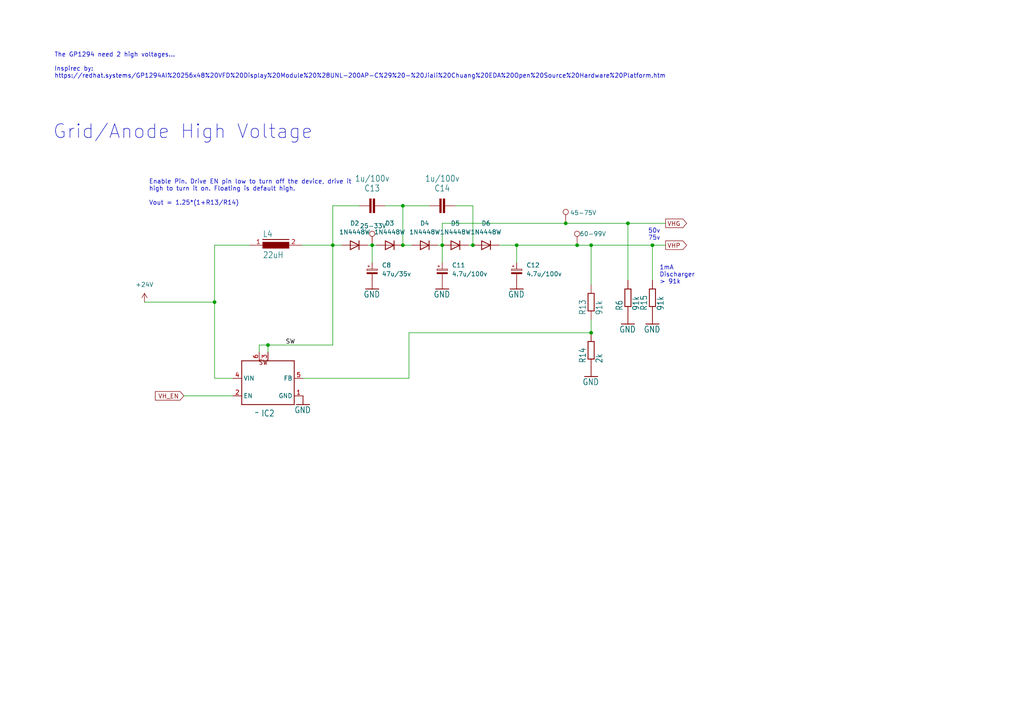
<source format=kicad_sch>
(kicad_sch
	(version 20231120)
	(generator "eeschema")
	(generator_version "8.0")
	(uuid "0afc8d49-404d-4a13-b287-59831174923e")
	(paper "A4")
	(lib_symbols
		(symbol "Connector:TestPoint"
			(pin_numbers hide)
			(pin_names
				(offset 0.762) hide)
			(exclude_from_sim no)
			(in_bom yes)
			(on_board yes)
			(property "Reference" "TP"
				(at 0 6.858 0)
				(effects
					(font
						(size 1.27 1.27)
					)
				)
			)
			(property "Value" "TestPoint"
				(at 0 5.08 0)
				(effects
					(font
						(size 1.27 1.27)
					)
				)
			)
			(property "Footprint" ""
				(at 5.08 0 0)
				(effects
					(font
						(size 1.27 1.27)
					)
					(hide yes)
				)
			)
			(property "Datasheet" "~"
				(at 5.08 0 0)
				(effects
					(font
						(size 1.27 1.27)
					)
					(hide yes)
				)
			)
			(property "Description" "test point"
				(at 0 0 0)
				(effects
					(font
						(size 1.27 1.27)
					)
					(hide yes)
				)
			)
			(property "ki_keywords" "test point tp"
				(at 0 0 0)
				(effects
					(font
						(size 1.27 1.27)
					)
					(hide yes)
				)
			)
			(property "ki_fp_filters" "Pin* Test*"
				(at 0 0 0)
				(effects
					(font
						(size 1.27 1.27)
					)
					(hide yes)
				)
			)
			(symbol "TestPoint_0_1"
				(circle
					(center 0 3.302)
					(radius 0.762)
					(stroke
						(width 0)
						(type default)
					)
					(fill
						(type none)
					)
				)
			)
			(symbol "TestPoint_1_1"
				(pin passive line
					(at 0 0 90)
					(length 2.54)
					(name "1"
						(effects
							(font
								(size 1.27 1.27)
							)
						)
					)
					(number "1"
						(effects
							(font
								(size 1.27 1.27)
							)
						)
					)
				)
			)
		)
		(symbol "Device:C_Polarized_Small"
			(pin_numbers hide)
			(pin_names
				(offset 0.254) hide)
			(exclude_from_sim no)
			(in_bom yes)
			(on_board yes)
			(property "Reference" "C"
				(at 0.254 1.778 0)
				(effects
					(font
						(size 1.27 1.27)
					)
					(justify left)
				)
			)
			(property "Value" "C_Polarized_Small"
				(at 0.254 -2.032 0)
				(effects
					(font
						(size 1.27 1.27)
					)
					(justify left)
				)
			)
			(property "Footprint" ""
				(at 0 0 0)
				(effects
					(font
						(size 1.27 1.27)
					)
					(hide yes)
				)
			)
			(property "Datasheet" "~"
				(at 0 0 0)
				(effects
					(font
						(size 1.27 1.27)
					)
					(hide yes)
				)
			)
			(property "Description" "Polarized capacitor, small symbol"
				(at 0 0 0)
				(effects
					(font
						(size 1.27 1.27)
					)
					(hide yes)
				)
			)
			(property "ki_keywords" "cap capacitor"
				(at 0 0 0)
				(effects
					(font
						(size 1.27 1.27)
					)
					(hide yes)
				)
			)
			(property "ki_fp_filters" "CP_*"
				(at 0 0 0)
				(effects
					(font
						(size 1.27 1.27)
					)
					(hide yes)
				)
			)
			(symbol "C_Polarized_Small_0_1"
				(rectangle
					(start -1.524 -0.3048)
					(end 1.524 -0.6858)
					(stroke
						(width 0)
						(type default)
					)
					(fill
						(type outline)
					)
				)
				(rectangle
					(start -1.524 0.6858)
					(end 1.524 0.3048)
					(stroke
						(width 0)
						(type default)
					)
					(fill
						(type none)
					)
				)
				(polyline
					(pts
						(xy -1.27 1.524) (xy -0.762 1.524)
					)
					(stroke
						(width 0)
						(type default)
					)
					(fill
						(type none)
					)
				)
				(polyline
					(pts
						(xy -1.016 1.27) (xy -1.016 1.778)
					)
					(stroke
						(width 0)
						(type default)
					)
					(fill
						(type none)
					)
				)
			)
			(symbol "C_Polarized_Small_1_1"
				(pin passive line
					(at 0 2.54 270)
					(length 1.8542)
					(name "~"
						(effects
							(font
								(size 1.27 1.27)
							)
						)
					)
					(number "1"
						(effects
							(font
								(size 1.27 1.27)
							)
						)
					)
				)
				(pin passive line
					(at 0 -2.54 90)
					(length 1.8542)
					(name "~"
						(effects
							(font
								(size 1.27 1.27)
							)
						)
					)
					(number "2"
						(effects
							(font
								(size 1.27 1.27)
							)
						)
					)
				)
			)
		)
		(symbol "Diode:1N4448W"
			(pin_numbers hide)
			(pin_names hide)
			(exclude_from_sim no)
			(in_bom yes)
			(on_board yes)
			(property "Reference" "D"
				(at 0 2.54 0)
				(effects
					(font
						(size 1.27 1.27)
					)
				)
			)
			(property "Value" "1N4448W"
				(at 0 -2.54 0)
				(effects
					(font
						(size 1.27 1.27)
					)
				)
			)
			(property "Footprint" "Diode_SMD:D_SOD-123"
				(at 0 -4.445 0)
				(effects
					(font
						(size 1.27 1.27)
					)
					(hide yes)
				)
			)
			(property "Datasheet" "https://www.vishay.com/docs/85722/1n4448w.pdf"
				(at 0 0 0)
				(effects
					(font
						(size 1.27 1.27)
					)
					(hide yes)
				)
			)
			(property "Description" "100V 0.15A High-speed standard diode, SOD-123"
				(at 0 0 0)
				(effects
					(font
						(size 1.27 1.27)
					)
					(hide yes)
				)
			)
			(property "Sim.Device" "D"
				(at 0 0 0)
				(effects
					(font
						(size 1.27 1.27)
					)
					(hide yes)
				)
			)
			(property "Sim.Pins" "1=K 2=A"
				(at 0 0 0)
				(effects
					(font
						(size 1.27 1.27)
					)
					(hide yes)
				)
			)
			(property "ki_keywords" "diode"
				(at 0 0 0)
				(effects
					(font
						(size 1.27 1.27)
					)
					(hide yes)
				)
			)
			(property "ki_fp_filters" "D*SOD?123*"
				(at 0 0 0)
				(effects
					(font
						(size 1.27 1.27)
					)
					(hide yes)
				)
			)
			(symbol "1N4448W_0_1"
				(polyline
					(pts
						(xy -1.27 1.27) (xy -1.27 -1.27)
					)
					(stroke
						(width 0.254)
						(type default)
					)
					(fill
						(type none)
					)
				)
				(polyline
					(pts
						(xy 1.27 0) (xy -1.27 0)
					)
					(stroke
						(width 0)
						(type default)
					)
					(fill
						(type none)
					)
				)
				(polyline
					(pts
						(xy 1.27 1.27) (xy 1.27 -1.27) (xy -1.27 0) (xy 1.27 1.27)
					)
					(stroke
						(width 0.254)
						(type default)
					)
					(fill
						(type none)
					)
				)
			)
			(symbol "1N4448W_1_1"
				(pin passive line
					(at -3.81 0 0)
					(length 2.54)
					(name "K"
						(effects
							(font
								(size 1.27 1.27)
							)
						)
					)
					(number "1"
						(effects
							(font
								(size 1.27 1.27)
							)
						)
					)
				)
				(pin passive line
					(at 3.81 0 180)
					(length 2.54)
					(name "A"
						(effects
							(font
								(size 1.27 1.27)
							)
						)
					)
					(number "2"
						(effects
							(font
								(size 1.27 1.27)
							)
						)
					)
				)
			)
		)
		(symbol "VFD-Power-eagle-import:DR125"
			(exclude_from_sim no)
			(in_bom yes)
			(on_board yes)
			(property "Reference" "L"
				(at -3.81 2.286 0)
				(effects
					(font
						(size 1.778 1.5113)
					)
					(justify left bottom)
				)
			)
			(property "Value" ""
				(at -3.937 -3.048 0)
				(effects
					(font
						(size 1.778 1.5113)
					)
					(justify left bottom)
				)
			)
			(property "Footprint" "VFD-Power:DR125"
				(at 0 0 0)
				(effects
					(font
						(size 1.27 1.27)
					)
					(hide yes)
				)
			)
			(property "Datasheet" ""
				(at 0 0 0)
				(effects
					(font
						(size 1.27 1.27)
					)
					(hide yes)
				)
			)
			(property "Description" ""
				(at 0 0 0)
				(effects
					(font
						(size 1.27 1.27)
					)
					(hide yes)
				)
			)
			(property "ki_locked" ""
				(at 0 0 0)
				(effects
					(font
						(size 1.27 1.27)
					)
				)
			)
			(symbol "DR125_1_0"
				(rectangle
					(start -3.81 -0.889)
					(end 3.81 0.889)
					(stroke
						(width 0)
						(type default)
					)
					(fill
						(type outline)
					)
				)
				(polyline
					(pts
						(xy -3.81 1.651) (xy 3.81 1.651)
					)
					(stroke
						(width 0.254)
						(type solid)
					)
					(fill
						(type none)
					)
				)
				(pin passive line
					(at -7.62 0 0)
					(length 5.08)
					(name "1"
						(effects
							(font
								(size 0 0)
							)
						)
					)
					(number "1"
						(effects
							(font
								(size 1.27 1.27)
							)
						)
					)
				)
				(pin passive line
					(at 7.62 0 180)
					(length 5.08)
					(name "2"
						(effects
							(font
								(size 0 0)
							)
						)
					)
					(number "2"
						(effects
							(font
								(size 1.27 1.27)
							)
						)
					)
				)
			)
		)
		(symbol "VFD-Power-eagle-import:GND"
			(power)
			(exclude_from_sim no)
			(in_bom yes)
			(on_board yes)
			(property "Reference" "#GND"
				(at 0 0 0)
				(effects
					(font
						(size 1.27 1.27)
					)
					(hide yes)
				)
			)
			(property "Value" "GND"
				(at -2.54 -2.54 0)
				(effects
					(font
						(size 1.778 1.5113)
					)
					(justify left bottom)
				)
			)
			(property "Footprint" ""
				(at 0 0 0)
				(effects
					(font
						(size 1.27 1.27)
					)
					(hide yes)
				)
			)
			(property "Datasheet" ""
				(at 0 0 0)
				(effects
					(font
						(size 1.27 1.27)
					)
					(hide yes)
				)
			)
			(property "Description" ""
				(at 0 0 0)
				(effects
					(font
						(size 1.27 1.27)
					)
					(hide yes)
				)
			)
			(property "ki_locked" ""
				(at 0 0 0)
				(effects
					(font
						(size 1.27 1.27)
					)
				)
			)
			(symbol "GND_1_0"
				(polyline
					(pts
						(xy -1.905 0) (xy 1.905 0)
					)
					(stroke
						(width 0.254)
						(type solid)
					)
					(fill
						(type none)
					)
				)
				(pin power_in line
					(at 0 2.54 270)
					(length 2.54)
					(name "GND"
						(effects
							(font
								(size 0 0)
							)
						)
					)
					(number "1"
						(effects
							(font
								(size 0 0)
							)
						)
					)
				)
			)
		)
		(symbol "VFD-Power-eagle-import:R-EU_R1206"
			(exclude_from_sim no)
			(in_bom yes)
			(on_board yes)
			(property "Reference" "R"
				(at -3.81 1.4986 0)
				(effects
					(font
						(size 1.778 1.5113)
					)
					(justify left bottom)
				)
			)
			(property "Value" ""
				(at -3.81 -3.302 0)
				(effects
					(font
						(size 1.778 1.5113)
					)
					(justify left bottom)
				)
			)
			(property "Footprint" "VFD-Power:R1206"
				(at 0 0 0)
				(effects
					(font
						(size 1.27 1.27)
					)
					(hide yes)
				)
			)
			(property "Datasheet" ""
				(at 0 0 0)
				(effects
					(font
						(size 1.27 1.27)
					)
					(hide yes)
				)
			)
			(property "Description" ""
				(at 0 0 0)
				(effects
					(font
						(size 1.27 1.27)
					)
					(hide yes)
				)
			)
			(property "ki_locked" ""
				(at 0 0 0)
				(effects
					(font
						(size 1.27 1.27)
					)
				)
			)
			(symbol "R-EU_R1206_1_0"
				(polyline
					(pts
						(xy -2.54 -0.889) (xy -2.54 0.889)
					)
					(stroke
						(width 0.254)
						(type solid)
					)
					(fill
						(type none)
					)
				)
				(polyline
					(pts
						(xy -2.54 -0.889) (xy 2.54 -0.889)
					)
					(stroke
						(width 0.254)
						(type solid)
					)
					(fill
						(type none)
					)
				)
				(polyline
					(pts
						(xy 2.54 -0.889) (xy 2.54 0.889)
					)
					(stroke
						(width 0.254)
						(type solid)
					)
					(fill
						(type none)
					)
				)
				(polyline
					(pts
						(xy 2.54 0.889) (xy -2.54 0.889)
					)
					(stroke
						(width 0.254)
						(type solid)
					)
					(fill
						(type none)
					)
				)
				(pin passive line
					(at -5.08 0 0)
					(length 2.54)
					(name "1"
						(effects
							(font
								(size 0 0)
							)
						)
					)
					(number "1"
						(effects
							(font
								(size 0 0)
							)
						)
					)
				)
				(pin passive line
					(at 5.08 0 180)
					(length 2.54)
					(name "2"
						(effects
							(font
								(size 0 0)
							)
						)
					)
					(number "2"
						(effects
							(font
								(size 0 0)
							)
						)
					)
				)
			)
		)
		(symbol "VFD-Power:C-EUC1206"
			(exclude_from_sim no)
			(in_bom yes)
			(on_board yes)
			(property "Reference" "C"
				(at 1.524 0.381 0)
				(effects
					(font
						(size 1.778 1.5113)
					)
					(justify left bottom)
				)
			)
			(property "Value" ""
				(at 1.524 -4.699 0)
				(effects
					(font
						(size 1.778 1.5113)
					)
					(justify left bottom)
				)
			)
			(property "Footprint" "VFD-Power:C1206"
				(at 0 0 0)
				(effects
					(font
						(size 1.27 1.27)
					)
					(hide yes)
				)
			)
			(property "Datasheet" ""
				(at 0 0 0)
				(effects
					(font
						(size 1.27 1.27)
					)
					(hide yes)
				)
			)
			(property "Description" ""
				(at 0 0 0)
				(effects
					(font
						(size 1.27 1.27)
					)
					(hide yes)
				)
			)
			(property "ki_locked" ""
				(at 0 0 0)
				(effects
					(font
						(size 1.27 1.27)
					)
				)
			)
			(symbol "C-EUC1206_1_0"
				(rectangle
					(start -2.032 -2.032)
					(end 2.032 -1.524)
					(stroke
						(width 0)
						(type default)
					)
					(fill
						(type outline)
					)
				)
				(rectangle
					(start -2.032 -1.016)
					(end 2.032 -0.508)
					(stroke
						(width 0)
						(type default)
					)
					(fill
						(type outline)
					)
				)
				(polyline
					(pts
						(xy 0 -2.54) (xy 0 -2.032)
					)
					(stroke
						(width 0.1524)
						(type solid)
					)
					(fill
						(type none)
					)
				)
				(polyline
					(pts
						(xy 0 0) (xy 0 -0.508)
					)
					(stroke
						(width 0.1524)
						(type solid)
					)
					(fill
						(type none)
					)
				)
				(pin passive line
					(at 0 2.54 270)
					(length 2.54)
					(name "1"
						(effects
							(font
								(size 0 0)
							)
						)
					)
					(number "1"
						(effects
							(font
								(size 0 0)
							)
						)
					)
				)
				(pin passive line
					(at 0 -5.08 90)
					(length 2.54)
					(name "2"
						(effects
							(font
								(size 0 0)
							)
						)
					)
					(number "2"
						(effects
							(font
								(size 0 0)
							)
						)
					)
				)
			)
		)
		(symbol "VFD-Power:XL6009"
			(exclude_from_sim no)
			(in_bom yes)
			(on_board yes)
			(property "Reference" "IC"
				(at -7.62 6.35 0)
				(effects
					(font
						(size 1.778 1.5113)
					)
					(justify left bottom)
				)
			)
			(property "Value" ""
				(at 2.54 6.35 0)
				(effects
					(font
						(size 1.778 1.5113)
					)
					(justify left bottom)
				)
			)
			(property "Footprint" "VFD-Power:TO263-5"
				(at 0 0 0)
				(effects
					(font
						(size 1.27 1.27)
					)
					(hide yes)
				)
			)
			(property "Datasheet" ""
				(at 0 0 0)
				(effects
					(font
						(size 1.27 1.27)
					)
					(hide yes)
				)
			)
			(property "Description" ""
				(at 0 0 0)
				(effects
					(font
						(size 1.27 1.27)
					)
					(hide yes)
				)
			)
			(property "ki_locked" ""
				(at 0 0 0)
				(effects
					(font
						(size 1.27 1.27)
					)
				)
			)
			(symbol "XL6009_1_0"
				(polyline
					(pts
						(xy -7.62 -7.62) (xy -7.62 5.08)
					)
					(stroke
						(width 0.254)
						(type solid)
					)
					(fill
						(type none)
					)
				)
				(polyline
					(pts
						(xy -7.62 5.08) (xy 7.62 5.08)
					)
					(stroke
						(width 0.254)
						(type solid)
					)
					(fill
						(type none)
					)
				)
				(polyline
					(pts
						(xy 7.62 -7.62) (xy -7.62 -7.62)
					)
					(stroke
						(width 0.254)
						(type solid)
					)
					(fill
						(type none)
					)
				)
				(polyline
					(pts
						(xy 7.62 5.08) (xy 7.62 -7.62)
					)
					(stroke
						(width 0.254)
						(type solid)
					)
					(fill
						(type none)
					)
				)
				(text "SW"
					(at 0 -6.35 0)
					(effects
						(font
							(size 1.4224 1.209)
						)
						(justify left bottom)
					)
				)
				(pin input line
					(at -10.16 2.54 0)
					(length 2.54)
					(name "GND"
						(effects
							(font
								(size 1.27 1.27)
							)
						)
					)
					(number "1"
						(effects
							(font
								(size 1.27 1.27)
							)
						)
					)
				)
				(pin output line
					(at 10.16 2.54 180)
					(length 2.54)
					(name "EN"
						(effects
							(font
								(size 1.27 1.27)
							)
						)
					)
					(number "2"
						(effects
							(font
								(size 1.27 1.27)
							)
						)
					)
				)
				(pin power_in line
					(at 0 -10.16 90)
					(length 2.54)
					(name "SW"
						(effects
							(font
								(size 0 0)
							)
						)
					)
					(number "3"
						(effects
							(font
								(size 1.27 1.27)
							)
						)
					)
				)
				(pin input line
					(at 10.16 -2.54 180)
					(length 2.54)
					(name "VIN"
						(effects
							(font
								(size 1.27 1.27)
							)
						)
					)
					(number "4"
						(effects
							(font
								(size 1.27 1.27)
							)
						)
					)
				)
				(pin input line
					(at -10.16 -2.54 0)
					(length 2.54)
					(name "FB"
						(effects
							(font
								(size 1.27 1.27)
							)
						)
					)
					(number "5"
						(effects
							(font
								(size 1.27 1.27)
							)
						)
					)
				)
				(pin power_in line
					(at 2.54 -10.16 90)
					(length 2.54)
					(name "SW@1"
						(effects
							(font
								(size 0 0)
							)
						)
					)
					(number "6"
						(effects
							(font
								(size 1.27 1.27)
							)
						)
					)
				)
			)
		)
		(symbol "power:+24V"
			(power)
			(pin_names
				(offset 0)
			)
			(exclude_from_sim no)
			(in_bom yes)
			(on_board yes)
			(property "Reference" "#PWR"
				(at 0 -3.81 0)
				(effects
					(font
						(size 1.27 1.27)
					)
					(hide yes)
				)
			)
			(property "Value" "+24V"
				(at 0 3.556 0)
				(effects
					(font
						(size 1.27 1.27)
					)
				)
			)
			(property "Footprint" ""
				(at 0 0 0)
				(effects
					(font
						(size 1.27 1.27)
					)
					(hide yes)
				)
			)
			(property "Datasheet" ""
				(at 0 0 0)
				(effects
					(font
						(size 1.27 1.27)
					)
					(hide yes)
				)
			)
			(property "Description" "Power symbol creates a global label with name \"+24V\""
				(at 0 0 0)
				(effects
					(font
						(size 1.27 1.27)
					)
					(hide yes)
				)
			)
			(property "ki_keywords" "global power"
				(at 0 0 0)
				(effects
					(font
						(size 1.27 1.27)
					)
					(hide yes)
				)
			)
			(symbol "+24V_0_1"
				(polyline
					(pts
						(xy -0.762 1.27) (xy 0 2.54)
					)
					(stroke
						(width 0)
						(type default)
					)
					(fill
						(type none)
					)
				)
				(polyline
					(pts
						(xy 0 0) (xy 0 2.54)
					)
					(stroke
						(width 0)
						(type default)
					)
					(fill
						(type none)
					)
				)
				(polyline
					(pts
						(xy 0 2.54) (xy 0.762 1.27)
					)
					(stroke
						(width 0)
						(type default)
					)
					(fill
						(type none)
					)
				)
			)
			(symbol "+24V_1_1"
				(pin power_in line
					(at 0 0 90)
					(length 0) hide
					(name "+24V"
						(effects
							(font
								(size 1.27 1.27)
							)
						)
					)
					(number "1"
						(effects
							(font
								(size 1.27 1.27)
							)
						)
					)
				)
			)
		)
	)
	(junction
		(at 189.23 71.12)
		(diameter 0)
		(color 0 0 0 0)
		(uuid "076e74dc-34d2-42cb-9ee6-edd4dece267d")
	)
	(junction
		(at 96.52 71.12)
		(diameter 0)
		(color 0 0 0 0)
		(uuid "40288731-95e1-4394-abba-a179cd4c16c3")
	)
	(junction
		(at 62.23 87.63)
		(diameter 0)
		(color 0 0 0 0)
		(uuid "54633e88-1411-4fb4-9eeb-a165ecc7ff40")
	)
	(junction
		(at 116.84 59.69)
		(diameter 0)
		(color 0 0 0 0)
		(uuid "795be241-ce35-420b-b372-7b7666773ab7")
	)
	(junction
		(at 149.86 71.12)
		(diameter 0)
		(color 0 0 0 0)
		(uuid "84897a1e-6301-4a08-a5b9-72cc1eeca9c3")
	)
	(junction
		(at 77.724 100.076)
		(diameter 0)
		(color 0 0 0 0)
		(uuid "9a4cf727-aaaf-48e9-934a-aa7c5edff0c3")
	)
	(junction
		(at 137.16 71.12)
		(diameter 0)
		(color 0 0 0 0)
		(uuid "9c69d8be-72f9-47a2-9fdb-f536f3a3ccc4")
	)
	(junction
		(at 128.27 71.12)
		(diameter 0)
		(color 0 0 0 0)
		(uuid "a540ad4f-1b68-4f9e-9f57-f14cc9232133")
	)
	(junction
		(at 116.84 71.12)
		(diameter 0)
		(color 0 0 0 0)
		(uuid "af8492c4-5891-443f-b3ae-e2a16c0fd658")
	)
	(junction
		(at 107.95 71.12)
		(diameter 0)
		(color 0 0 0 0)
		(uuid "c15b21c6-af63-4035-aef8-8e329603a636")
	)
	(junction
		(at 167.386 71.12)
		(diameter 0)
		(color 0 0 0 0)
		(uuid "c280d036-54f2-4005-8e67-0e07227ca8bd")
	)
	(junction
		(at 182.118 64.77)
		(diameter 0)
		(color 0 0 0 0)
		(uuid "db14303b-7373-4498-bb24-6750642e0951")
	)
	(junction
		(at 171.45 96.52)
		(diameter 0)
		(color 0 0 0 0)
		(uuid "e095d744-4aab-436d-80d6-ab2085a3254d")
	)
	(junction
		(at 171.45 71.12)
		(diameter 0)
		(color 0 0 0 0)
		(uuid "ea60c613-d2c8-4f41-a737-96d0c31cec14")
	)
	(junction
		(at 164.084 64.77)
		(diameter 0)
		(color 0 0 0 0)
		(uuid "f8a561e3-2f3e-4d7a-8995-437d147f931b")
	)
	(wire
		(pts
			(xy 118.618 96.52) (xy 171.45 96.52)
		)
		(stroke
			(width 0)
			(type default)
		)
		(uuid "0601c621-a8cf-48ef-aea5-3c221e0cd71f")
	)
	(wire
		(pts
			(xy 137.16 71.12) (xy 135.89 71.12)
		)
		(stroke
			(width 0)
			(type default)
		)
		(uuid "09b7ceef-1194-477d-9d64-2e27340b3295")
	)
	(wire
		(pts
			(xy 167.386 71.12) (xy 171.45 71.12)
		)
		(stroke
			(width 0)
			(type default)
		)
		(uuid "0a933bde-4858-454f-8198-934768d61b28")
	)
	(wire
		(pts
			(xy 96.52 71.12) (xy 96.52 100.076)
		)
		(stroke
			(width 0)
			(type default)
		)
		(uuid "0c1e261d-680f-4f7a-895f-91379b4f978c")
	)
	(wire
		(pts
			(xy 182.118 64.77) (xy 164.084 64.77)
		)
		(stroke
			(width 0)
			(type default)
		)
		(uuid "0d8ba22b-03ce-4110-8fdc-67143de16b36")
	)
	(wire
		(pts
			(xy 124.46 59.69) (xy 116.84 59.69)
		)
		(stroke
			(width 0)
			(type default)
		)
		(uuid "11d3a5ac-37ef-46b2-bfa2-4075b0a5f31a")
	)
	(wire
		(pts
			(xy 75.184 102.108) (xy 75.184 100.076)
		)
		(stroke
			(width 0)
			(type default)
		)
		(uuid "163e4aea-aa92-40ac-a0d9-a9f31cc7915a")
	)
	(wire
		(pts
			(xy 128.27 64.77) (xy 128.27 71.12)
		)
		(stroke
			(width 0)
			(type default)
		)
		(uuid "1dc0ce0e-2fc9-4e7d-8bf2-64a1158ae272")
	)
	(wire
		(pts
			(xy 62.23 87.63) (xy 41.91 87.63)
		)
		(stroke
			(width 0)
			(type default)
		)
		(uuid "212b41b4-71fe-4d9a-a8d1-0a9feba2c811")
	)
	(wire
		(pts
			(xy 149.86 71.12) (xy 167.386 71.12)
		)
		(stroke
			(width 0)
			(type default)
		)
		(uuid "23fa0d62-1425-4b30-af62-94387aaa8859")
	)
	(wire
		(pts
			(xy 119.38 71.12) (xy 116.84 71.12)
		)
		(stroke
			(width 0)
			(type default)
		)
		(uuid "2533a524-bfd9-4057-a9ae-97ef8c1e937c")
	)
	(wire
		(pts
			(xy 127 71.12) (xy 128.27 71.12)
		)
		(stroke
			(width 0)
			(type default)
		)
		(uuid "37f7ba9f-5a31-4b3f-bef2-72663a656ed9")
	)
	(wire
		(pts
			(xy 109.22 71.12) (xy 107.95 71.12)
		)
		(stroke
			(width 0)
			(type default)
		)
		(uuid "46dddf87-c92b-4742-95e5-8798feeb6229")
	)
	(wire
		(pts
			(xy 106.68 71.12) (xy 107.95 71.12)
		)
		(stroke
			(width 0)
			(type default)
		)
		(uuid "4bf1d62f-4346-4b12-a73b-b18ed2d76fe1")
	)
	(wire
		(pts
			(xy 182.118 64.77) (xy 182.118 81.28)
		)
		(stroke
			(width 0)
			(type default)
		)
		(uuid "4f93b290-2d2f-4fea-8c5a-89c45cececb1")
	)
	(wire
		(pts
			(xy 137.16 59.69) (xy 137.16 71.12)
		)
		(stroke
			(width 0)
			(type default)
		)
		(uuid "502f5003-8fa0-4179-8bca-08221e9148eb")
	)
	(wire
		(pts
			(xy 171.45 96.52) (xy 171.45 92.71)
		)
		(stroke
			(width 0)
			(type default)
		)
		(uuid "522bc248-1876-4164-ad9d-cd979b3668af")
	)
	(wire
		(pts
			(xy 62.23 71.12) (xy 62.23 87.63)
		)
		(stroke
			(width 0)
			(type default)
		)
		(uuid "53462104-dc07-43f5-abae-2bc40bd475bd")
	)
	(wire
		(pts
			(xy 96.52 59.69) (xy 96.52 71.12)
		)
		(stroke
			(width 0)
			(type default)
		)
		(uuid "55e91076-ade2-43b3-9669-6d862344072c")
	)
	(wire
		(pts
			(xy 118.618 109.728) (xy 118.618 96.52)
		)
		(stroke
			(width 0)
			(type default)
		)
		(uuid "612c4aa2-e266-45f9-8c7e-94a7189dc193")
	)
	(wire
		(pts
			(xy 104.14 59.69) (xy 96.52 59.69)
		)
		(stroke
			(width 0)
			(type default)
		)
		(uuid "6cd7d511-756c-4f7a-9127-187d629ae9d2")
	)
	(wire
		(pts
			(xy 128.27 71.12) (xy 128.27 76.2)
		)
		(stroke
			(width 0)
			(type default)
		)
		(uuid "6ffc8cc9-7751-46a6-8881-4ea70d2070ce")
	)
	(wire
		(pts
			(xy 144.78 71.12) (xy 149.86 71.12)
		)
		(stroke
			(width 0)
			(type default)
		)
		(uuid "7af6c2e2-9515-47b2-a366-f78ca5029249")
	)
	(wire
		(pts
			(xy 111.76 59.69) (xy 116.84 59.69)
		)
		(stroke
			(width 0)
			(type default)
		)
		(uuid "8848ff65-7a20-4ec6-9427-d5a6ca64aa7a")
	)
	(wire
		(pts
			(xy 164.084 64.77) (xy 128.27 64.77)
		)
		(stroke
			(width 0)
			(type default)
		)
		(uuid "88977898-9883-44d1-9047-603c73b0a4cc")
	)
	(wire
		(pts
			(xy 171.45 82.55) (xy 171.45 71.12)
		)
		(stroke
			(width 0)
			(type default)
		)
		(uuid "934493b4-5310-402e-b7a8-40b0b19c7ad7")
	)
	(wire
		(pts
			(xy 62.23 109.728) (xy 62.23 87.63)
		)
		(stroke
			(width 0)
			(type default)
		)
		(uuid "999d6640-ba44-4bc3-a2aa-00848777a167")
	)
	(wire
		(pts
			(xy 118.618 109.728) (xy 87.884 109.728)
		)
		(stroke
			(width 0)
			(type default)
		)
		(uuid "9db3f3c4-0df8-4de2-9c1c-4b6fd469b0a7")
	)
	(wire
		(pts
			(xy 75.184 100.076) (xy 77.724 100.076)
		)
		(stroke
			(width 0)
			(type default)
		)
		(uuid "ab26ca06-9cc9-41bd-9d24-b40e919f86cc")
	)
	(wire
		(pts
			(xy 116.84 59.69) (xy 116.84 71.12)
		)
		(stroke
			(width 0)
			(type default)
		)
		(uuid "ada353a0-bafe-4d22-b092-2bb41f2bb75e")
	)
	(wire
		(pts
			(xy 77.724 100.076) (xy 77.724 102.108)
		)
		(stroke
			(width 0)
			(type default)
		)
		(uuid "bb00962c-4eb2-456f-87de-1f225a4f9597")
	)
	(wire
		(pts
			(xy 87.63 71.12) (xy 96.52 71.12)
		)
		(stroke
			(width 0)
			(type default)
		)
		(uuid "bc4ee792-c8ba-4825-a11d-ccc1b5e0087a")
	)
	(wire
		(pts
			(xy 72.39 71.12) (xy 62.23 71.12)
		)
		(stroke
			(width 0)
			(type default)
		)
		(uuid "be60492d-a74d-41fd-9330-dc163c9e4202")
	)
	(wire
		(pts
			(xy 132.08 59.69) (xy 137.16 59.69)
		)
		(stroke
			(width 0)
			(type default)
		)
		(uuid "bfe00c6c-1394-4a13-b4a2-c6457d00b87f")
	)
	(wire
		(pts
			(xy 96.52 100.076) (xy 77.724 100.076)
		)
		(stroke
			(width 0)
			(type default)
		)
		(uuid "c17d3513-ebf3-4f62-9a67-ff5ca7c6a715")
	)
	(wire
		(pts
			(xy 189.23 71.12) (xy 193.04 71.12)
		)
		(stroke
			(width 0)
			(type default)
		)
		(uuid "c29e4237-ac13-4fa1-a60b-1dfb7dbc791c")
	)
	(wire
		(pts
			(xy 193.04 64.77) (xy 182.118 64.77)
		)
		(stroke
			(width 0)
			(type default)
		)
		(uuid "cb28d894-3611-4e85-9db6-1715ddd34974")
	)
	(wire
		(pts
			(xy 189.23 71.12) (xy 189.23 81.28)
		)
		(stroke
			(width 0)
			(type default)
		)
		(uuid "d1fbbb51-5476-4854-809f-335210cb6064")
	)
	(wire
		(pts
			(xy 171.45 71.12) (xy 189.23 71.12)
		)
		(stroke
			(width 0)
			(type default)
		)
		(uuid "e31fe861-2c97-4429-a7cb-5e937526ad24")
	)
	(wire
		(pts
			(xy 107.95 76.2) (xy 107.95 71.12)
		)
		(stroke
			(width 0)
			(type default)
		)
		(uuid "f0d8d980-5159-4986-92d9-4a284d4a90f9")
	)
	(wire
		(pts
			(xy 99.06 71.12) (xy 96.52 71.12)
		)
		(stroke
			(width 0)
			(type default)
		)
		(uuid "fc97df81-4738-44bc-b83d-d5d6af3a029a")
	)
	(wire
		(pts
			(xy 62.23 109.728) (xy 67.564 109.728)
		)
		(stroke
			(width 0)
			(type default)
		)
		(uuid "fd64b27e-e921-422d-8673-d6178838d85a")
	)
	(wire
		(pts
			(xy 149.86 76.2) (xy 149.86 71.12)
		)
		(stroke
			(width 0)
			(type default)
		)
		(uuid "fd76c401-5570-4b5f-a04f-cdc80acabb3a")
	)
	(wire
		(pts
			(xy 53.34 114.808) (xy 67.564 114.808)
		)
		(stroke
			(width 0)
			(type default)
		)
		(uuid "ff73573e-44dd-4b23-a896-321289055b6d")
	)
	(text "Grid/Anode High Voltage"
		(exclude_from_sim no)
		(at 15.24 40.64 0)
		(effects
			(font
				(size 4 4)
			)
			(justify left bottom)
		)
		(uuid "2048c650-fa14-47d6-a5fc-dd1395b791b7")
	)
	(text "50v\n75v"
		(exclude_from_sim no)
		(at 187.96 69.85 0)
		(effects
			(font
				(size 1.27 1.27)
			)
			(justify left bottom)
		)
		(uuid "40b7b2f2-0615-4698-892d-5413c633cf93")
	)
	(text "1mA\nDischarger\n> 91k"
		(exclude_from_sim no)
		(at 191.262 82.55 0)
		(effects
			(font
				(size 1.27 1.27)
			)
			(justify left bottom)
		)
		(uuid "814f5adf-a73e-4ef4-b00b-60b7bb75c082")
	)
	(text "Enable Pin. Drive EN pin low to turn off the device, drive it\nhigh to turn it on. Floating is default high.\n\nVout = 1.25*(1+R13/R14)\n"
		(exclude_from_sim no)
		(at 43.18 59.69 0)
		(effects
			(font
				(size 1.27 1.27)
			)
			(justify left bottom)
		)
		(uuid "b8ba7d26-2e3d-4f4c-8bf6-048fa56d4d8a")
	)
	(text "The GP1294 need 2 high voltages...\n\nInspirec by:\nhttps://redhat.systems/GP1294AI%20256x48%20VFD%20Display%20Module%20%28UNL-200AP-C%29%20-%20Jiali%20Chuang%20EDA%20Open%20Source%20Hardware%20Platform.htm\n"
		(exclude_from_sim no)
		(at 15.748 22.86 0)
		(effects
			(font
				(size 1.27 1.27)
			)
			(justify left bottom)
		)
		(uuid "e4ba316a-1c18-475b-a5ea-0266bd05eaa5")
	)
	(label "SW"
		(at 82.804 100.076 0)
		(fields_autoplaced yes)
		(effects
			(font
				(size 1.27 1.27)
			)
			(justify left bottom)
		)
		(uuid "b0b1c5d1-f81f-40e2-9571-d85ef7f5da41")
	)
	(global_label "VHP"
		(shape output)
		(at 193.04 71.12 0)
		(fields_autoplaced yes)
		(effects
			(font
				(size 1.27 1.27)
			)
			(justify left)
		)
		(uuid "1ba3a1f2-82f0-4921-8cf6-925e3259d886")
		(property "Intersheetrefs" "${INTERSHEET_REFS}"
			(at 199.7143 71.12 0)
			(effects
				(font
					(size 1.27 1.27)
				)
				(justify left)
				(hide yes)
			)
		)
	)
	(global_label "VHG"
		(shape output)
		(at 193.04 64.77 0)
		(fields_autoplaced yes)
		(effects
			(font
				(size 1.27 1.27)
			)
			(justify left)
		)
		(uuid "b22d2f9a-215e-46b2-bcf4-cf6e72e45946")
		(property "Intersheetrefs" "${INTERSHEET_REFS}"
			(at 199.7143 64.77 0)
			(effects
				(font
					(size 1.27 1.27)
				)
				(justify left)
				(hide yes)
			)
		)
	)
	(global_label "VH_EN"
		(shape input)
		(at 53.34 114.808 180)
		(fields_autoplaced yes)
		(effects
			(font
				(size 1.27 1.27)
			)
			(justify right)
		)
		(uuid "e6f6bd12-8119-4dc9-b6d6-4b3b5aa800fa")
		(property "Intersheetrefs" "${INTERSHEET_REFS}"
			(at 44.4886 114.808 0)
			(effects
				(font
					(size 1.27 1.27)
				)
				(justify right)
				(hide yes)
			)
		)
	)
	(symbol
		(lib_id "Diode:1N4448W")
		(at 132.08 71.12 180)
		(unit 1)
		(exclude_from_sim no)
		(in_bom yes)
		(on_board yes)
		(dnp no)
		(fields_autoplaced yes)
		(uuid "20486d0a-b215-42b2-8daa-de11db7af44b")
		(property "Reference" "D5"
			(at 132.08 64.77 0)
			(effects
				(font
					(size 1.27 1.27)
				)
			)
		)
		(property "Value" "1N4448W"
			(at 132.08 67.31 0)
			(effects
				(font
					(size 1.27 1.27)
				)
			)
		)
		(property "Footprint" "Diode_SMD:D_SOD-123"
			(at 132.08 66.675 0)
			(effects
				(font
					(size 1.27 1.27)
				)
				(hide yes)
			)
		)
		(property "Datasheet" "https://www.vishay.com/docs/85722/1n4448w.pdf"
			(at 132.08 71.12 0)
			(effects
				(font
					(size 1.27 1.27)
				)
				(hide yes)
			)
		)
		(property "Description" ""
			(at 132.08 71.12 0)
			(effects
				(font
					(size 1.27 1.27)
				)
				(hide yes)
			)
		)
		(property "Sim.Device" "D"
			(at 132.08 71.12 0)
			(effects
				(font
					(size 1.27 1.27)
				)
				(hide yes)
			)
		)
		(property "Sim.Pins" "1=K 2=A"
			(at 132.08 71.12 0)
			(effects
				(font
					(size 1.27 1.27)
				)
				(hide yes)
			)
		)
		(pin "1"
			(uuid "10ae4075-7456-430e-9a5c-7ee5ca0d69e6")
		)
		(pin "2"
			(uuid "63e45430-b199-4a20-bcbe-75a8351502d9")
		)
		(instances
			(project "GP1294-Teens4"
				(path "/3de011e3-f89b-42a8-8637-1f4c3f0867fa/ff3fb23b-9a88-4c38-8306-aefc5a8bdc1c"
					(reference "D5")
					(unit 1)
				)
			)
		)
	)
	(symbol
		(lib_id "Diode:1N4448W")
		(at 113.03 71.12 180)
		(unit 1)
		(exclude_from_sim no)
		(in_bom yes)
		(on_board yes)
		(dnp no)
		(fields_autoplaced yes)
		(uuid "23398138-1373-49de-bdf0-c398edc0a85c")
		(property "Reference" "D3"
			(at 113.03 64.77 0)
			(effects
				(font
					(size 1.27 1.27)
				)
			)
		)
		(property "Value" "1N4448W"
			(at 113.03 67.31 0)
			(effects
				(font
					(size 1.27 1.27)
				)
			)
		)
		(property "Footprint" "Diode_SMD:D_SOD-123"
			(at 113.03 66.675 0)
			(effects
				(font
					(size 1.27 1.27)
				)
				(hide yes)
			)
		)
		(property "Datasheet" "https://www.vishay.com/docs/85722/1n4448w.pdf"
			(at 113.03 71.12 0)
			(effects
				(font
					(size 1.27 1.27)
				)
				(hide yes)
			)
		)
		(property "Description" ""
			(at 113.03 71.12 0)
			(effects
				(font
					(size 1.27 1.27)
				)
				(hide yes)
			)
		)
		(property "Sim.Device" "D"
			(at 113.03 71.12 0)
			(effects
				(font
					(size 1.27 1.27)
				)
				(hide yes)
			)
		)
		(property "Sim.Pins" "1=K 2=A"
			(at 113.03 71.12 0)
			(effects
				(font
					(size 1.27 1.27)
				)
				(hide yes)
			)
		)
		(pin "1"
			(uuid "72346083-536a-48b7-900c-e1f081127de3")
		)
		(pin "2"
			(uuid "f09fd448-922a-4301-b933-7d702fd710e5")
		)
		(instances
			(project "GP1294-Teens4"
				(path "/3de011e3-f89b-42a8-8637-1f4c3f0867fa/ff3fb23b-9a88-4c38-8306-aefc5a8bdc1c"
					(reference "D3")
					(unit 1)
				)
			)
		)
	)
	(symbol
		(lib_id "VFD-Power-eagle-import:R-EU_R1206")
		(at 182.118 86.36 90)
		(unit 1)
		(exclude_from_sim no)
		(in_bom yes)
		(on_board yes)
		(dnp no)
		(uuid "3a74f935-abbc-497b-a722-34230f07133b")
		(property "Reference" "R6"
			(at 180.6194 90.17 0)
			(effects
				(font
					(size 1.778 1.5113)
				)
				(justify left bottom)
			)
		)
		(property "Value" "91k"
			(at 185.42 90.17 0)
			(effects
				(font
					(size 1.778 1.5113)
				)
				(justify left bottom)
			)
		)
		(property "Footprint" "VFD-Power:R1206"
			(at 182.118 86.36 0)
			(effects
				(font
					(size 1.27 1.27)
				)
				(hide yes)
			)
		)
		(property "Datasheet" ""
			(at 182.118 86.36 0)
			(effects
				(font
					(size 1.27 1.27)
				)
				(hide yes)
			)
		)
		(property "Description" ""
			(at 182.118 86.36 0)
			(effects
				(font
					(size 1.27 1.27)
				)
				(hide yes)
			)
		)
		(pin "1"
			(uuid "fa2b0847-5292-4da5-9969-4d2fea2d7bfe")
		)
		(pin "2"
			(uuid "093e2178-a6ee-426b-9c65-78d51f7ee736")
		)
		(instances
			(project "GP1294-Teens4"
				(path "/3de011e3-f89b-42a8-8637-1f4c3f0867fa/ff3fb23b-9a88-4c38-8306-aefc5a8bdc1c"
					(reference "R6")
					(unit 1)
				)
			)
		)
	)
	(symbol
		(lib_id "VFD-Power-eagle-import:GND")
		(at 171.45 109.22 0)
		(unit 1)
		(exclude_from_sim no)
		(in_bom yes)
		(on_board yes)
		(dnp no)
		(uuid "3c1ec1e9-f47f-43e1-bdfc-8168f2278ea2")
		(property "Reference" "#GND015"
			(at 171.45 109.22 0)
			(effects
				(font
					(size 1.27 1.27)
				)
				(hide yes)
			)
		)
		(property "Value" "GND"
			(at 168.91 111.76 0)
			(effects
				(font
					(size 1.778 1.5113)
				)
				(justify left bottom)
			)
		)
		(property "Footprint" ""
			(at 171.45 109.22 0)
			(effects
				(font
					(size 1.27 1.27)
				)
				(hide yes)
			)
		)
		(property "Datasheet" ""
			(at 171.45 109.22 0)
			(effects
				(font
					(size 1.27 1.27)
				)
				(hide yes)
			)
		)
		(property "Description" ""
			(at 171.45 109.22 0)
			(effects
				(font
					(size 1.27 1.27)
				)
				(hide yes)
			)
		)
		(pin "1"
			(uuid "ad09e6e2-9730-44b6-8d96-472d448c8210")
		)
		(instances
			(project "GP1294-Teens4"
				(path "/3de011e3-f89b-42a8-8637-1f4c3f0867fa/ff3fb23b-9a88-4c38-8306-aefc5a8bdc1c"
					(reference "#GND015")
					(unit 1)
				)
			)
		)
	)
	(symbol
		(lib_id "Connector:TestPoint")
		(at 164.084 64.77 0)
		(unit 1)
		(exclude_from_sim no)
		(in_bom yes)
		(on_board yes)
		(dnp no)
		(uuid "3d76e95e-58a9-4b3c-b369-9257933325bc")
		(property "Reference" "TP1"
			(at 162.052 61.214 90)
			(effects
				(font
					(size 1.27 1.27)
				)
				(hide yes)
			)
		)
		(property "Value" "45-75V"
			(at 169.164 61.722 0)
			(effects
				(font
					(size 1.27 1.27)
				)
			)
		)
		(property "Footprint" "TestPoint:TestPoint_Pad_2.0x2.0mm"
			(at 169.164 64.77 0)
			(effects
				(font
					(size 1.27 1.27)
				)
				(hide yes)
			)
		)
		(property "Datasheet" "~"
			(at 169.164 64.77 0)
			(effects
				(font
					(size 1.27 1.27)
				)
				(hide yes)
			)
		)
		(property "Description" ""
			(at 164.084 64.77 0)
			(effects
				(font
					(size 1.27 1.27)
				)
				(hide yes)
			)
		)
		(pin "1"
			(uuid "d98a2a57-a894-499c-b62e-01c764568f73")
		)
		(instances
			(project "GP1294-Teens4"
				(path "/3de011e3-f89b-42a8-8637-1f4c3f0867fa/ff3fb23b-9a88-4c38-8306-aefc5a8bdc1c"
					(reference "TP1")
					(unit 1)
				)
			)
		)
	)
	(symbol
		(lib_id "VFD-Power-eagle-import:R-EU_R1206")
		(at 171.45 101.6 90)
		(unit 1)
		(exclude_from_sim no)
		(in_bom yes)
		(on_board yes)
		(dnp no)
		(uuid "45d9f490-4ac6-47b8-b57a-f40f3c025a04")
		(property "Reference" "R14"
			(at 169.9514 105.41 0)
			(effects
				(font
					(size 1.778 1.5113)
				)
				(justify left bottom)
			)
		)
		(property "Value" "2k"
			(at 174.752 105.41 0)
			(effects
				(font
					(size 1.778 1.5113)
				)
				(justify left bottom)
			)
		)
		(property "Footprint" "VFD-Power:R1206"
			(at 171.45 101.6 0)
			(effects
				(font
					(size 1.27 1.27)
				)
				(hide yes)
			)
		)
		(property "Datasheet" ""
			(at 171.45 101.6 0)
			(effects
				(font
					(size 1.27 1.27)
				)
				(hide yes)
			)
		)
		(property "Description" ""
			(at 171.45 101.6 0)
			(effects
				(font
					(size 1.27 1.27)
				)
				(hide yes)
			)
		)
		(pin "1"
			(uuid "c6f90b9a-da65-4af3-b024-5009ab41d56b")
		)
		(pin "2"
			(uuid "e238db31-a4ba-4451-aea8-62154d7127d0")
		)
		(instances
			(project "GP1294-Teens4"
				(path "/3de011e3-f89b-42a8-8637-1f4c3f0867fa/ff3fb23b-9a88-4c38-8306-aefc5a8bdc1c"
					(reference "R14")
					(unit 1)
				)
			)
		)
	)
	(symbol
		(lib_id "power:+24V")
		(at 41.91 87.63 0)
		(unit 1)
		(exclude_from_sim no)
		(in_bom yes)
		(on_board yes)
		(dnp no)
		(fields_autoplaced yes)
		(uuid "4b50a956-a00c-464e-b94d-63efbdcd4374")
		(property "Reference" "#PWR037"
			(at 41.91 91.44 0)
			(effects
				(font
					(size 1.27 1.27)
				)
				(hide yes)
			)
		)
		(property "Value" "+24V"
			(at 41.91 82.55 0)
			(effects
				(font
					(size 1.27 1.27)
				)
			)
		)
		(property "Footprint" ""
			(at 41.91 87.63 0)
			(effects
				(font
					(size 1.27 1.27)
				)
				(hide yes)
			)
		)
		(property "Datasheet" ""
			(at 41.91 87.63 0)
			(effects
				(font
					(size 1.27 1.27)
				)
				(hide yes)
			)
		)
		(property "Description" ""
			(at 41.91 87.63 0)
			(effects
				(font
					(size 1.27 1.27)
				)
				(hide yes)
			)
		)
		(pin "1"
			(uuid "ae10e18d-2b3a-4749-9fe2-be71e46679ba")
		)
		(instances
			(project "GP1294-Teens4"
				(path "/3de011e3-f89b-42a8-8637-1f4c3f0867fa/ff3fb23b-9a88-4c38-8306-aefc5a8bdc1c"
					(reference "#PWR037")
					(unit 1)
				)
			)
		)
	)
	(symbol
		(lib_id "VFD-Power-eagle-import:R-EU_R1206")
		(at 171.45 87.63 90)
		(unit 1)
		(exclude_from_sim no)
		(in_bom yes)
		(on_board yes)
		(dnp no)
		(uuid "4dfad941-cee1-45ff-98f4-6c9fc8c0d745")
		(property "Reference" "R13"
			(at 169.9514 91.44 0)
			(effects
				(font
					(size 1.778 1.5113)
				)
				(justify left bottom)
			)
		)
		(property "Value" "91k"
			(at 174.752 91.44 0)
			(effects
				(font
					(size 1.778 1.5113)
				)
				(justify left bottom)
			)
		)
		(property "Footprint" "VFD-Power:R1206"
			(at 171.45 87.63 0)
			(effects
				(font
					(size 1.27 1.27)
				)
				(hide yes)
			)
		)
		(property "Datasheet" ""
			(at 171.45 87.63 0)
			(effects
				(font
					(size 1.27 1.27)
				)
				(hide yes)
			)
		)
		(property "Description" ""
			(at 171.45 87.63 0)
			(effects
				(font
					(size 1.27 1.27)
				)
				(hide yes)
			)
		)
		(pin "1"
			(uuid "8966c21a-07d8-486a-9132-84b0c3ec945e")
		)
		(pin "2"
			(uuid "5784ba4d-6bc3-42e0-b73c-373c779c4774")
		)
		(instances
			(project "GP1294-Teens4"
				(path "/3de011e3-f89b-42a8-8637-1f4c3f0867fa/ff3fb23b-9a88-4c38-8306-aefc5a8bdc1c"
					(reference "R13")
					(unit 1)
				)
			)
		)
	)
	(symbol
		(lib_id "Diode:1N4448W")
		(at 102.87 71.12 180)
		(unit 1)
		(exclude_from_sim no)
		(in_bom yes)
		(on_board yes)
		(dnp no)
		(fields_autoplaced yes)
		(uuid "72b17d36-bbb7-4801-a545-4202a3246e67")
		(property "Reference" "D2"
			(at 102.87 64.77 0)
			(effects
				(font
					(size 1.27 1.27)
				)
			)
		)
		(property "Value" "1N4448W"
			(at 102.87 67.31 0)
			(effects
				(font
					(size 1.27 1.27)
				)
			)
		)
		(property "Footprint" "Diode_SMD:D_SOD-123"
			(at 102.87 66.675 0)
			(effects
				(font
					(size 1.27 1.27)
				)
				(hide yes)
			)
		)
		(property "Datasheet" "https://www.vishay.com/docs/85722/1n4448w.pdf"
			(at 102.87 71.12 0)
			(effects
				(font
					(size 1.27 1.27)
				)
				(hide yes)
			)
		)
		(property "Description" ""
			(at 102.87 71.12 0)
			(effects
				(font
					(size 1.27 1.27)
				)
				(hide yes)
			)
		)
		(property "Sim.Device" "D"
			(at 102.87 71.12 0)
			(effects
				(font
					(size 1.27 1.27)
				)
				(hide yes)
			)
		)
		(property "Sim.Pins" "1=K 2=A"
			(at 102.87 71.12 0)
			(effects
				(font
					(size 1.27 1.27)
				)
				(hide yes)
			)
		)
		(pin "1"
			(uuid "cffb229c-49a1-403f-af35-daf8c068e0d3")
		)
		(pin "2"
			(uuid "be3beedf-ffa7-4c6c-bb3d-a31ecd224bc4")
		)
		(instances
			(project "GP1294-Teens4"
				(path "/3de011e3-f89b-42a8-8637-1f4c3f0867fa/ff3fb23b-9a88-4c38-8306-aefc5a8bdc1c"
					(reference "D2")
					(unit 1)
				)
			)
		)
	)
	(symbol
		(lib_id "VFD-Power:XL6009")
		(at 77.724 112.268 180)
		(unit 1)
		(exclude_from_sim no)
		(in_bom yes)
		(on_board yes)
		(dnp no)
		(fields_autoplaced yes)
		(uuid "75c680f7-f833-4e19-bf10-bfee60443deb")
		(property "Reference" "IC2"
			(at 77.724 119.888 0)
			(effects
				(font
					(size 1.778 1.5113)
				)
			)
		)
		(property "Value" "~"
			(at 75.184 118.618 0)
			(effects
				(font
					(size 1.778 1.5113)
				)
				(justify left bottom)
			)
		)
		(property "Footprint" "VFD-Power:TO263-5"
			(at 77.724 112.268 0)
			(effects
				(font
					(size 1.27 1.27)
				)
				(hide yes)
			)
		)
		(property "Datasheet" ""
			(at 77.724 112.268 0)
			(effects
				(font
					(size 1.27 1.27)
				)
				(hide yes)
			)
		)
		(property "Description" ""
			(at 77.724 112.268 0)
			(effects
				(font
					(size 1.27 1.27)
				)
				(hide yes)
			)
		)
		(pin "1"
			(uuid "dc7c83d7-3305-4fc0-9f00-15ea794e48d2")
		)
		(pin "2"
			(uuid "6fe61929-e1ec-4815-9327-778ad636a144")
		)
		(pin "3"
			(uuid "eb3dfd86-e329-4775-843a-f5f756bd0b4d")
		)
		(pin "4"
			(uuid "40a26aad-f507-43ca-8a42-f50c6a0566bd")
		)
		(pin "5"
			(uuid "a7085226-6324-4250-a7b1-3ec7d65a0239")
		)
		(pin "6"
			(uuid "103b6497-3b99-4fde-9250-12940c3a186e")
		)
		(instances
			(project "GP1294-Teens4"
				(path "/3de011e3-f89b-42a8-8637-1f4c3f0867fa/ff3fb23b-9a88-4c38-8306-aefc5a8bdc1c"
					(reference "IC2")
					(unit 1)
				)
			)
		)
	)
	(symbol
		(lib_id "Device:C_Polarized_Small")
		(at 107.95 78.74 0)
		(unit 1)
		(exclude_from_sim no)
		(in_bom yes)
		(on_board yes)
		(dnp no)
		(fields_autoplaced yes)
		(uuid "81be2271-d952-4ff8-bde6-24c1ff67e11f")
		(property "Reference" "C8"
			(at 110.744 76.9239 0)
			(effects
				(font
					(size 1.27 1.27)
				)
				(justify left)
			)
		)
		(property "Value" "47u/35v"
			(at 110.744 79.4639 0)
			(effects
				(font
					(size 1.27 1.27)
				)
				(justify left)
			)
		)
		(property "Footprint" "Capacitor_SMD:CP_Elec_6.3x5.8"
			(at 107.95 78.74 0)
			(effects
				(font
					(size 1.27 1.27)
				)
				(hide yes)
			)
		)
		(property "Datasheet" "~"
			(at 107.95 78.74 0)
			(effects
				(font
					(size 1.27 1.27)
				)
				(hide yes)
			)
		)
		(property "Description" ""
			(at 107.95 78.74 0)
			(effects
				(font
					(size 1.27 1.27)
				)
				(hide yes)
			)
		)
		(pin "1"
			(uuid "280af59e-8159-474d-8c39-4c1e138e7a8b")
		)
		(pin "2"
			(uuid "1068193d-c08f-44d4-b767-471cdb29d5fc")
		)
		(instances
			(project "GP1294-Teens4"
				(path "/3de011e3-f89b-42a8-8637-1f4c3f0867fa/ff3fb23b-9a88-4c38-8306-aefc5a8bdc1c"
					(reference "C8")
					(unit 1)
				)
			)
		)
	)
	(symbol
		(lib_id "VFD-Power-eagle-import:GND")
		(at 189.23 93.98 0)
		(unit 1)
		(exclude_from_sim no)
		(in_bom yes)
		(on_board yes)
		(dnp no)
		(uuid "8d15ce07-2dbb-4a71-b828-d4a7267d3035")
		(property "Reference" "#GND07"
			(at 189.23 93.98 0)
			(effects
				(font
					(size 1.27 1.27)
				)
				(hide yes)
			)
		)
		(property "Value" "GND"
			(at 186.69 96.52 0)
			(effects
				(font
					(size 1.778 1.5113)
				)
				(justify left bottom)
			)
		)
		(property "Footprint" ""
			(at 189.23 93.98 0)
			(effects
				(font
					(size 1.27 1.27)
				)
				(hide yes)
			)
		)
		(property "Datasheet" ""
			(at 189.23 93.98 0)
			(effects
				(font
					(size 1.27 1.27)
				)
				(hide yes)
			)
		)
		(property "Description" ""
			(at 189.23 93.98 0)
			(effects
				(font
					(size 1.27 1.27)
				)
				(hide yes)
			)
		)
		(pin "1"
			(uuid "92ed3050-3bc5-4220-86b1-62ee09d2189d")
		)
		(instances
			(project "GP1294-Teens4"
				(path "/3de011e3-f89b-42a8-8637-1f4c3f0867fa/ff3fb23b-9a88-4c38-8306-aefc5a8bdc1c"
					(reference "#GND07")
					(unit 1)
				)
			)
		)
	)
	(symbol
		(lib_id "Diode:1N4448W")
		(at 123.19 71.12 180)
		(unit 1)
		(exclude_from_sim no)
		(in_bom yes)
		(on_board yes)
		(dnp no)
		(fields_autoplaced yes)
		(uuid "9294f2ca-80e7-4517-831b-d66284e755c2")
		(property "Reference" "D4"
			(at 123.19 64.77 0)
			(effects
				(font
					(size 1.27 1.27)
				)
			)
		)
		(property "Value" "1N4448W"
			(at 123.19 67.31 0)
			(effects
				(font
					(size 1.27 1.27)
				)
			)
		)
		(property "Footprint" "Diode_SMD:D_SOD-123"
			(at 123.19 66.675 0)
			(effects
				(font
					(size 1.27 1.27)
				)
				(hide yes)
			)
		)
		(property "Datasheet" "https://www.vishay.com/docs/85722/1n4448w.pdf"
			(at 123.19 71.12 0)
			(effects
				(font
					(size 1.27 1.27)
				)
				(hide yes)
			)
		)
		(property "Description" ""
			(at 123.19 71.12 0)
			(effects
				(font
					(size 1.27 1.27)
				)
				(hide yes)
			)
		)
		(property "Sim.Device" "D"
			(at 123.19 71.12 0)
			(effects
				(font
					(size 1.27 1.27)
				)
				(hide yes)
			)
		)
		(property "Sim.Pins" "1=K 2=A"
			(at 123.19 71.12 0)
			(effects
				(font
					(size 1.27 1.27)
				)
				(hide yes)
			)
		)
		(pin "1"
			(uuid "7dab6ce0-8156-4775-9657-9b45b3319c4a")
		)
		(pin "2"
			(uuid "9ef324c6-4ab5-48a9-b67c-485ccdf539f8")
		)
		(instances
			(project "GP1294-Teens4"
				(path "/3de011e3-f89b-42a8-8637-1f4c3f0867fa/ff3fb23b-9a88-4c38-8306-aefc5a8bdc1c"
					(reference "D4")
					(unit 1)
				)
			)
		)
	)
	(symbol
		(lib_id "VFD-Power-eagle-import:DR125")
		(at 80.01 71.12 0)
		(unit 1)
		(exclude_from_sim no)
		(in_bom yes)
		(on_board yes)
		(dnp no)
		(uuid "933c3fa0-05fd-44d4-9ba6-decdabed117d")
		(property "Reference" "L4"
			(at 76.2 68.834 0)
			(effects
				(font
					(size 1.778 1.5113)
				)
				(justify left bottom)
			)
		)
		(property "Value" "22uH"
			(at 76.2 74.93 0)
			(effects
				(font
					(size 1.778 1.5113)
				)
				(justify left bottom)
			)
		)
		(property "Footprint" "VFD-Power:DR125"
			(at 80.01 71.12 0)
			(effects
				(font
					(size 1.27 1.27)
				)
				(hide yes)
			)
		)
		(property "Datasheet" ""
			(at 80.01 71.12 0)
			(effects
				(font
					(size 1.27 1.27)
				)
				(hide yes)
			)
		)
		(property "Description" ""
			(at 80.01 71.12 0)
			(effects
				(font
					(size 1.27 1.27)
				)
				(hide yes)
			)
		)
		(pin "1"
			(uuid "5d8b9438-36a6-4973-bf0f-918536ce2270")
		)
		(pin "2"
			(uuid "03d9ffaf-0938-4dae-af10-83ff5be73998")
		)
		(instances
			(project "GP1294-Teens4"
				(path "/3de011e3-f89b-42a8-8637-1f4c3f0867fa/ff3fb23b-9a88-4c38-8306-aefc5a8bdc1c"
					(reference "L4")
					(unit 1)
				)
			)
		)
	)
	(symbol
		(lib_id "VFD-Power-eagle-import:GND")
		(at 149.86 83.82 0)
		(unit 1)
		(exclude_from_sim no)
		(in_bom yes)
		(on_board yes)
		(dnp no)
		(uuid "ac1effab-9fe3-4e31-89c5-8a24d8adb808")
		(property "Reference" "#GND014"
			(at 149.86 83.82 0)
			(effects
				(font
					(size 1.27 1.27)
				)
				(hide yes)
			)
		)
		(property "Value" "GND"
			(at 147.32 86.36 0)
			(effects
				(font
					(size 1.778 1.5113)
				)
				(justify left bottom)
			)
		)
		(property "Footprint" ""
			(at 149.86 83.82 0)
			(effects
				(font
					(size 1.27 1.27)
				)
				(hide yes)
			)
		)
		(property "Datasheet" ""
			(at 149.86 83.82 0)
			(effects
				(font
					(size 1.27 1.27)
				)
				(hide yes)
			)
		)
		(property "Description" ""
			(at 149.86 83.82 0)
			(effects
				(font
					(size 1.27 1.27)
				)
				(hide yes)
			)
		)
		(pin "1"
			(uuid "9fe0653c-a0d0-4183-b869-37bb55f502fe")
		)
		(instances
			(project "GP1294-Teens4"
				(path "/3de011e3-f89b-42a8-8637-1f4c3f0867fa/ff3fb23b-9a88-4c38-8306-aefc5a8bdc1c"
					(reference "#GND014")
					(unit 1)
				)
			)
		)
	)
	(symbol
		(lib_id "VFD-Power-eagle-import:GND")
		(at 128.27 83.82 0)
		(unit 1)
		(exclude_from_sim no)
		(in_bom yes)
		(on_board yes)
		(dnp no)
		(uuid "ad657fe9-1dc5-481a-a3ac-1abf0ab65da1")
		(property "Reference" "#GND013"
			(at 128.27 83.82 0)
			(effects
				(font
					(size 1.27 1.27)
				)
				(hide yes)
			)
		)
		(property "Value" "GND"
			(at 125.73 86.36 0)
			(effects
				(font
					(size 1.778 1.5113)
				)
				(justify left bottom)
			)
		)
		(property "Footprint" ""
			(at 128.27 83.82 0)
			(effects
				(font
					(size 1.27 1.27)
				)
				(hide yes)
			)
		)
		(property "Datasheet" ""
			(at 128.27 83.82 0)
			(effects
				(font
					(size 1.27 1.27)
				)
				(hide yes)
			)
		)
		(property "Description" ""
			(at 128.27 83.82 0)
			(effects
				(font
					(size 1.27 1.27)
				)
				(hide yes)
			)
		)
		(pin "1"
			(uuid "2e0497d5-fd69-461a-86c8-461e2404ce86")
		)
		(instances
			(project "GP1294-Teens4"
				(path "/3de011e3-f89b-42a8-8637-1f4c3f0867fa/ff3fb23b-9a88-4c38-8306-aefc5a8bdc1c"
					(reference "#GND013")
					(unit 1)
				)
			)
		)
	)
	(symbol
		(lib_id "VFD-Power:C-EUC1206")
		(at 127 59.69 90)
		(unit 1)
		(exclude_from_sim no)
		(in_bom yes)
		(on_board yes)
		(dnp no)
		(uuid "b144683b-5e01-45e4-851b-655ec082a06b")
		(property "Reference" "C14"
			(at 128.27 54.61 90)
			(effects
				(font
					(size 1.778 1.5113)
				)
			)
		)
		(property "Value" "1u/100v"
			(at 133.35 50.8 90)
			(effects
				(font
					(size 1.778 1.5113)
				)
				(justify left bottom)
			)
		)
		(property "Footprint" "VFD-Power:C1206"
			(at 127 59.69 0)
			(effects
				(font
					(size 1.27 1.27)
				)
				(hide yes)
			)
		)
		(property "Datasheet" ""
			(at 127 59.69 0)
			(effects
				(font
					(size 1.27 1.27)
				)
				(hide yes)
			)
		)
		(property "Description" ""
			(at 127 59.69 0)
			(effects
				(font
					(size 1.27 1.27)
				)
				(hide yes)
			)
		)
		(pin "1"
			(uuid "1945455d-7f62-4be0-bba7-403076dd648e")
		)
		(pin "2"
			(uuid "d0f95530-7da8-490e-9905-2e6fe3b4d901")
		)
		(instances
			(project "GP1294-Teens4"
				(path "/3de011e3-f89b-42a8-8637-1f4c3f0867fa/ff3fb23b-9a88-4c38-8306-aefc5a8bdc1c"
					(reference "C14")
					(unit 1)
				)
			)
		)
	)
	(symbol
		(lib_id "VFD-Power-eagle-import:R-EU_R1206")
		(at 189.23 86.36 90)
		(unit 1)
		(exclude_from_sim no)
		(in_bom yes)
		(on_board yes)
		(dnp no)
		(uuid "b348f82a-999a-40f3-a434-2128be219f0e")
		(property "Reference" "R15"
			(at 187.7314 90.17 0)
			(effects
				(font
					(size 1.778 1.5113)
				)
				(justify left bottom)
			)
		)
		(property "Value" "91k"
			(at 192.532 90.17 0)
			(effects
				(font
					(size 1.778 1.5113)
				)
				(justify left bottom)
			)
		)
		(property "Footprint" "VFD-Power:R1206"
			(at 189.23 86.36 0)
			(effects
				(font
					(size 1.27 1.27)
				)
				(hide yes)
			)
		)
		(property "Datasheet" ""
			(at 189.23 86.36 0)
			(effects
				(font
					(size 1.27 1.27)
				)
				(hide yes)
			)
		)
		(property "Description" ""
			(at 189.23 86.36 0)
			(effects
				(font
					(size 1.27 1.27)
				)
				(hide yes)
			)
		)
		(pin "1"
			(uuid "c45b1e89-226d-4d9f-8d30-ad5271ba98b1")
		)
		(pin "2"
			(uuid "d64e8fa5-0afd-4ecf-a38c-f7448e9e3e68")
		)
		(instances
			(project "GP1294-Teens4"
				(path "/3de011e3-f89b-42a8-8637-1f4c3f0867fa/ff3fb23b-9a88-4c38-8306-aefc5a8bdc1c"
					(reference "R15")
					(unit 1)
				)
			)
		)
	)
	(symbol
		(lib_id "Connector:TestPoint")
		(at 107.95 71.12 0)
		(unit 1)
		(exclude_from_sim no)
		(in_bom yes)
		(on_board yes)
		(dnp no)
		(uuid "b85e2e73-42e3-4b97-ad70-ec82bc649a30")
		(property "Reference" "TP16"
			(at 108.204 64.516 90)
			(effects
				(font
					(size 1.27 1.27)
				)
				(hide yes)
			)
		)
		(property "Value" "25-33V"
			(at 108.204 65.532 0)
			(effects
				(font
					(size 1.27 1.27)
				)
			)
		)
		(property "Footprint" "TestPoint:TestPoint_Pad_2.0x2.0mm"
			(at 113.03 71.12 0)
			(effects
				(font
					(size 1.27 1.27)
				)
				(hide yes)
			)
		)
		(property "Datasheet" "~"
			(at 113.03 71.12 0)
			(effects
				(font
					(size 1.27 1.27)
				)
				(hide yes)
			)
		)
		(property "Description" ""
			(at 107.95 71.12 0)
			(effects
				(font
					(size 1.27 1.27)
				)
				(hide yes)
			)
		)
		(pin "1"
			(uuid "f174efff-846b-4875-b055-5b1f8a561865")
		)
		(instances
			(project "GP1294-Teens4"
				(path "/3de011e3-f89b-42a8-8637-1f4c3f0867fa/ff3fb23b-9a88-4c38-8306-aefc5a8bdc1c"
					(reference "TP16")
					(unit 1)
				)
			)
		)
	)
	(symbol
		(lib_id "Diode:1N4448W")
		(at 140.97 71.12 180)
		(unit 1)
		(exclude_from_sim no)
		(in_bom yes)
		(on_board yes)
		(dnp no)
		(fields_autoplaced yes)
		(uuid "bd16e1f9-7766-4dd7-95fa-dd5ed8929826")
		(property "Reference" "D6"
			(at 140.97 64.77 0)
			(effects
				(font
					(size 1.27 1.27)
				)
			)
		)
		(property "Value" "1N4448W"
			(at 140.97 67.31 0)
			(effects
				(font
					(size 1.27 1.27)
				)
			)
		)
		(property "Footprint" "Diode_SMD:D_SOD-123"
			(at 140.97 66.675 0)
			(effects
				(font
					(size 1.27 1.27)
				)
				(hide yes)
			)
		)
		(property "Datasheet" "https://www.vishay.com/docs/85722/1n4448w.pdf"
			(at 140.97 71.12 0)
			(effects
				(font
					(size 1.27 1.27)
				)
				(hide yes)
			)
		)
		(property "Description" ""
			(at 140.97 71.12 0)
			(effects
				(font
					(size 1.27 1.27)
				)
				(hide yes)
			)
		)
		(property "Sim.Device" "D"
			(at 140.97 71.12 0)
			(effects
				(font
					(size 1.27 1.27)
				)
				(hide yes)
			)
		)
		(property "Sim.Pins" "1=K 2=A"
			(at 140.97 71.12 0)
			(effects
				(font
					(size 1.27 1.27)
				)
				(hide yes)
			)
		)
		(pin "1"
			(uuid "498da7d6-f85a-44b2-9fd7-78c332125404")
		)
		(pin "2"
			(uuid "ebc738a6-6ea5-49b5-bff0-8e2cb53f93c3")
		)
		(instances
			(project "GP1294-Teens4"
				(path "/3de011e3-f89b-42a8-8637-1f4c3f0867fa/ff3fb23b-9a88-4c38-8306-aefc5a8bdc1c"
					(reference "D6")
					(unit 1)
				)
			)
		)
	)
	(symbol
		(lib_id "VFD-Power-eagle-import:GND")
		(at 87.884 117.348 0)
		(unit 1)
		(exclude_from_sim no)
		(in_bom yes)
		(on_board yes)
		(dnp no)
		(uuid "be6f49c5-e179-4a3f-90f8-9ccea9d50301")
		(property "Reference" "#GND011"
			(at 87.884 117.348 0)
			(effects
				(font
					(size 1.27 1.27)
				)
				(hide yes)
			)
		)
		(property "Value" "GND"
			(at 85.344 119.888 0)
			(effects
				(font
					(size 1.778 1.5113)
				)
				(justify left bottom)
			)
		)
		(property "Footprint" ""
			(at 87.884 117.348 0)
			(effects
				(font
					(size 1.27 1.27)
				)
				(hide yes)
			)
		)
		(property "Datasheet" ""
			(at 87.884 117.348 0)
			(effects
				(font
					(size 1.27 1.27)
				)
				(hide yes)
			)
		)
		(property "Description" ""
			(at 87.884 117.348 0)
			(effects
				(font
					(size 1.27 1.27)
				)
				(hide yes)
			)
		)
		(pin "1"
			(uuid "001bfbea-99f9-4b30-a997-8e9b8de95069")
		)
		(instances
			(project "GP1294-Teens4"
				(path "/3de011e3-f89b-42a8-8637-1f4c3f0867fa/ff3fb23b-9a88-4c38-8306-aefc5a8bdc1c"
					(reference "#GND011")
					(unit 1)
				)
			)
		)
	)
	(symbol
		(lib_id "Device:C_Polarized_Small")
		(at 128.27 78.74 0)
		(unit 1)
		(exclude_from_sim no)
		(in_bom yes)
		(on_board yes)
		(dnp no)
		(fields_autoplaced yes)
		(uuid "cc9959ef-2135-4523-9a79-d69434f53d85")
		(property "Reference" "C11"
			(at 131.064 76.9239 0)
			(effects
				(font
					(size 1.27 1.27)
				)
				(justify left)
			)
		)
		(property "Value" "4.7u/100v"
			(at 131.064 79.4639 0)
			(effects
				(font
					(size 1.27 1.27)
				)
				(justify left)
			)
		)
		(property "Footprint" "Capacitor_SMD:CP_Elec_6.3x5.8"
			(at 128.27 78.74 0)
			(effects
				(font
					(size 1.27 1.27)
				)
				(hide yes)
			)
		)
		(property "Datasheet" "~"
			(at 128.27 78.74 0)
			(effects
				(font
					(size 1.27 1.27)
				)
				(hide yes)
			)
		)
		(property "Description" ""
			(at 128.27 78.74 0)
			(effects
				(font
					(size 1.27 1.27)
				)
				(hide yes)
			)
		)
		(pin "1"
			(uuid "e31278ff-9bf9-4073-9dd5-a657880cd329")
		)
		(pin "2"
			(uuid "a017c6e5-f630-438d-b907-1b6370b7e256")
		)
		(instances
			(project "GP1294-Teens4"
				(path "/3de011e3-f89b-42a8-8637-1f4c3f0867fa/ff3fb23b-9a88-4c38-8306-aefc5a8bdc1c"
					(reference "C11")
					(unit 1)
				)
			)
		)
	)
	(symbol
		(lib_id "VFD-Power:C-EUC1206")
		(at 106.68 59.69 90)
		(unit 1)
		(exclude_from_sim no)
		(in_bom yes)
		(on_board yes)
		(dnp no)
		(uuid "d7ca48ed-b158-4f56-a5a0-2d9bb1e38496")
		(property "Reference" "C13"
			(at 107.95 54.61 90)
			(effects
				(font
					(size 1.778 1.5113)
				)
			)
		)
		(property "Value" "1u/100v"
			(at 113.03 50.8 90)
			(effects
				(font
					(size 1.778 1.5113)
				)
				(justify left bottom)
			)
		)
		(property "Footprint" "VFD-Power:C1206"
			(at 106.68 59.69 0)
			(effects
				(font
					(size 1.27 1.27)
				)
				(hide yes)
			)
		)
		(property "Datasheet" ""
			(at 106.68 59.69 0)
			(effects
				(font
					(size 1.27 1.27)
				)
				(hide yes)
			)
		)
		(property "Description" ""
			(at 106.68 59.69 0)
			(effects
				(font
					(size 1.27 1.27)
				)
				(hide yes)
			)
		)
		(pin "1"
			(uuid "892930d2-f720-451f-94cf-64711dba9d20")
		)
		(pin "2"
			(uuid "669046c7-7bf6-43fc-acd9-4ccac51af6a6")
		)
		(instances
			(project "GP1294-Teens4"
				(path "/3de011e3-f89b-42a8-8637-1f4c3f0867fa/ff3fb23b-9a88-4c38-8306-aefc5a8bdc1c"
					(reference "C13")
					(unit 1)
				)
			)
		)
	)
	(symbol
		(lib_id "Device:C_Polarized_Small")
		(at 149.86 78.74 0)
		(unit 1)
		(exclude_from_sim no)
		(in_bom yes)
		(on_board yes)
		(dnp no)
		(fields_autoplaced yes)
		(uuid "dce757c6-a0cc-4ffe-9dd0-41cacab36c7f")
		(property "Reference" "C12"
			(at 152.654 76.9239 0)
			(effects
				(font
					(size 1.27 1.27)
				)
				(justify left)
			)
		)
		(property "Value" "4.7u/100v"
			(at 152.654 79.4639 0)
			(effects
				(font
					(size 1.27 1.27)
				)
				(justify left)
			)
		)
		(property "Footprint" "Capacitor_SMD:CP_Elec_6.3x5.8"
			(at 149.86 78.74 0)
			(effects
				(font
					(size 1.27 1.27)
				)
				(hide yes)
			)
		)
		(property "Datasheet" "~"
			(at 149.86 78.74 0)
			(effects
				(font
					(size 1.27 1.27)
				)
				(hide yes)
			)
		)
		(property "Description" ""
			(at 149.86 78.74 0)
			(effects
				(font
					(size 1.27 1.27)
				)
				(hide yes)
			)
		)
		(pin "1"
			(uuid "fe89ab1e-5afe-4b34-9250-5a9f5fa77d04")
		)
		(pin "2"
			(uuid "e8d80a99-96bb-4d13-b377-758fe22b8018")
		)
		(instances
			(project "GP1294-Teens4"
				(path "/3de011e3-f89b-42a8-8637-1f4c3f0867fa/ff3fb23b-9a88-4c38-8306-aefc5a8bdc1c"
					(reference "C12")
					(unit 1)
				)
			)
		)
	)
	(symbol
		(lib_id "VFD-Power-eagle-import:GND")
		(at 107.95 83.82 0)
		(unit 1)
		(exclude_from_sim no)
		(in_bom yes)
		(on_board yes)
		(dnp no)
		(uuid "de27855c-83c6-41aa-aaa7-b643ccdfe3a0")
		(property "Reference" "#GND012"
			(at 107.95 83.82 0)
			(effects
				(font
					(size 1.27 1.27)
				)
				(hide yes)
			)
		)
		(property "Value" "GND"
			(at 105.41 86.36 0)
			(effects
				(font
					(size 1.778 1.5113)
				)
				(justify left bottom)
			)
		)
		(property "Footprint" ""
			(at 107.95 83.82 0)
			(effects
				(font
					(size 1.27 1.27)
				)
				(hide yes)
			)
		)
		(property "Datasheet" ""
			(at 107.95 83.82 0)
			(effects
				(font
					(size 1.27 1.27)
				)
				(hide yes)
			)
		)
		(property "Description" ""
			(at 107.95 83.82 0)
			(effects
				(font
					(size 1.27 1.27)
				)
				(hide yes)
			)
		)
		(pin "1"
			(uuid "f8a6b166-548f-4bf9-9afb-c70f0ebc1466")
		)
		(instances
			(project "GP1294-Teens4"
				(path "/3de011e3-f89b-42a8-8637-1f4c3f0867fa/ff3fb23b-9a88-4c38-8306-aefc5a8bdc1c"
					(reference "#GND012")
					(unit 1)
				)
			)
		)
	)
	(symbol
		(lib_id "VFD-Power-eagle-import:GND")
		(at 182.118 93.98 0)
		(unit 1)
		(exclude_from_sim no)
		(in_bom yes)
		(on_board yes)
		(dnp no)
		(uuid "e21d0024-e2b5-414d-9b7b-88ab91918ad5")
		(property "Reference" "#GND06"
			(at 182.118 93.98 0)
			(effects
				(font
					(size 1.27 1.27)
				)
				(hide yes)
			)
		)
		(property "Value" "GND"
			(at 179.578 96.52 0)
			(effects
				(font
					(size 1.778 1.5113)
				)
				(justify left bottom)
			)
		)
		(property "Footprint" ""
			(at 182.118 93.98 0)
			(effects
				(font
					(size 1.27 1.27)
				)
				(hide yes)
			)
		)
		(property "Datasheet" ""
			(at 182.118 93.98 0)
			(effects
				(font
					(size 1.27 1.27)
				)
				(hide yes)
			)
		)
		(property "Description" ""
			(at 182.118 93.98 0)
			(effects
				(font
					(size 1.27 1.27)
				)
				(hide yes)
			)
		)
		(pin "1"
			(uuid "c6c1a3af-ba7e-477f-bec0-a87367afbd52")
		)
		(instances
			(project "GP1294-Teens4"
				(path "/3de011e3-f89b-42a8-8637-1f4c3f0867fa/ff3fb23b-9a88-4c38-8306-aefc5a8bdc1c"
					(reference "#GND06")
					(unit 1)
				)
			)
		)
	)
	(symbol
		(lib_id "Connector:TestPoint")
		(at 167.386 71.12 0)
		(unit 1)
		(exclude_from_sim no)
		(in_bom yes)
		(on_board yes)
		(dnp no)
		(uuid "f598ca08-895d-4ec2-8209-026d6a83082f")
		(property "Reference" "TP9"
			(at 165.862 67.818 90)
			(effects
				(font
					(size 1.27 1.27)
				)
				(hide yes)
			)
		)
		(property "Value" "60-99V"
			(at 171.958 67.818 0)
			(effects
				(font
					(size 1.27 1.27)
				)
			)
		)
		(property "Footprint" "TestPoint:TestPoint_Pad_2.0x2.0mm"
			(at 172.466 71.12 0)
			(effects
				(font
					(size 1.27 1.27)
				)
				(hide yes)
			)
		)
		(property "Datasheet" "~"
			(at 172.466 71.12 0)
			(effects
				(font
					(size 1.27 1.27)
				)
				(hide yes)
			)
		)
		(property "Description" ""
			(at 167.386 71.12 0)
			(effects
				(font
					(size 1.27 1.27)
				)
				(hide yes)
			)
		)
		(pin "1"
			(uuid "7baad0fb-ecea-4860-aa2d-7ed8491b54dd")
		)
		(instances
			(project "GP1294-Teens4"
				(path "/3de011e3-f89b-42a8-8637-1f4c3f0867fa/ff3fb23b-9a88-4c38-8306-aefc5a8bdc1c"
					(reference "TP9")
					(unit 1)
				)
			)
		)
	)
)

</source>
